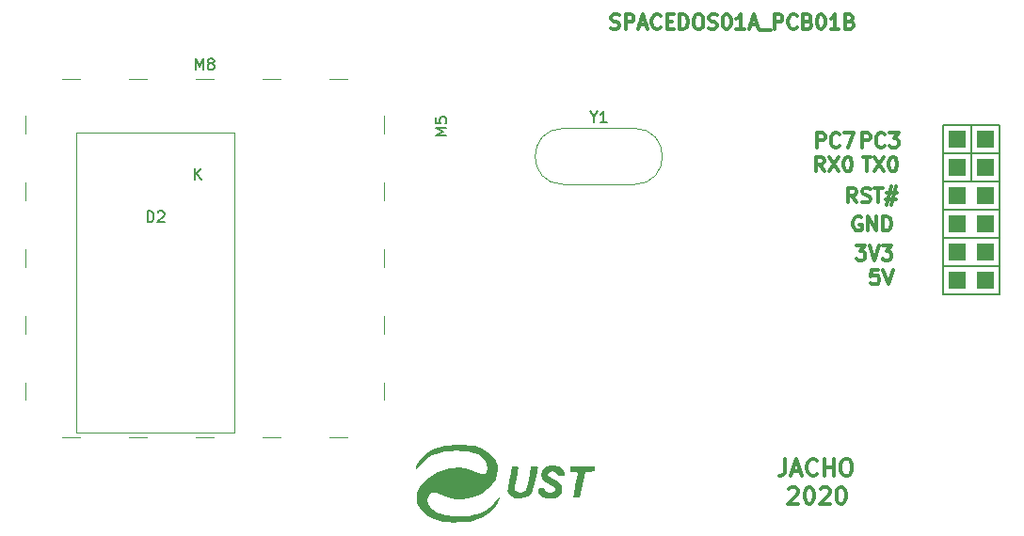
<source format=gbr>
G04 #@! TF.GenerationSoftware,KiCad,Pcbnew,(5.99.0-6591-gee6c8b60ac)*
G04 #@! TF.CreationDate,2020-11-25T07:49:09+01:00*
G04 #@! TF.ProjectId,SPACEDOS01A_PCB01B,53504143-4544-44f5-9330-31415f504342,REV*
G04 #@! TF.SameCoordinates,Original*
G04 #@! TF.FileFunction,Legend,Top*
G04 #@! TF.FilePolarity,Positive*
%FSLAX46Y46*%
G04 Gerber Fmt 4.6, Leading zero omitted, Abs format (unit mm)*
G04 Created by KiCad (PCBNEW (5.99.0-6591-gee6c8b60ac)) date 2020-11-25 07:49:09*
%MOMM*%
%LPD*%
G01*
G04 APERTURE LIST*
%ADD10C,0.300000*%
%ADD11C,0.150000*%
%ADD12C,0.100000*%
%ADD13C,0.120000*%
%ADD14R,1.524000X1.524000*%
G04 APERTURE END LIST*
D10*
X75911809Y30399904D02*
X75478476Y31018952D01*
X75168952Y30399904D02*
X75168952Y31699904D01*
X75664190Y31699904D01*
X75788000Y31638000D01*
X75849904Y31576095D01*
X75911809Y31452285D01*
X75911809Y31266571D01*
X75849904Y31142761D01*
X75788000Y31080857D01*
X75664190Y31018952D01*
X75168952Y31018952D01*
X76407047Y30461809D02*
X76592761Y30399904D01*
X76902285Y30399904D01*
X77026095Y30461809D01*
X77088000Y30523714D01*
X77149904Y30647523D01*
X77149904Y30771333D01*
X77088000Y30895142D01*
X77026095Y30957047D01*
X76902285Y31018952D01*
X76654666Y31080857D01*
X76530857Y31142761D01*
X76468952Y31204666D01*
X76407047Y31328476D01*
X76407047Y31452285D01*
X76468952Y31576095D01*
X76530857Y31638000D01*
X76654666Y31699904D01*
X76964190Y31699904D01*
X77149904Y31638000D01*
X77521333Y31699904D02*
X78264190Y31699904D01*
X77892761Y30399904D02*
X77892761Y31699904D01*
X78635619Y31266571D02*
X79564190Y31266571D01*
X79007047Y31823714D02*
X78635619Y30152285D01*
X79440380Y30709428D02*
X78511809Y30709428D01*
X79068952Y30152285D02*
X79440380Y31823714D01*
X53839904Y46082809D02*
X54025619Y46020904D01*
X54335142Y46020904D01*
X54458952Y46082809D01*
X54520857Y46144714D01*
X54582761Y46268523D01*
X54582761Y46392333D01*
X54520857Y46516142D01*
X54458952Y46578047D01*
X54335142Y46639952D01*
X54087523Y46701857D01*
X53963714Y46763761D01*
X53901809Y46825666D01*
X53839904Y46949476D01*
X53839904Y47073285D01*
X53901809Y47197095D01*
X53963714Y47259000D01*
X54087523Y47320904D01*
X54397047Y47320904D01*
X54582761Y47259000D01*
X55139904Y46020904D02*
X55139904Y47320904D01*
X55635142Y47320904D01*
X55758952Y47259000D01*
X55820857Y47197095D01*
X55882761Y47073285D01*
X55882761Y46887571D01*
X55820857Y46763761D01*
X55758952Y46701857D01*
X55635142Y46639952D01*
X55139904Y46639952D01*
X56378000Y46392333D02*
X56997047Y46392333D01*
X56254190Y46020904D02*
X56687523Y47320904D01*
X57120857Y46020904D01*
X58297047Y46144714D02*
X58235142Y46082809D01*
X58049428Y46020904D01*
X57925619Y46020904D01*
X57739904Y46082809D01*
X57616095Y46206619D01*
X57554190Y46330428D01*
X57492285Y46578047D01*
X57492285Y46763761D01*
X57554190Y47011380D01*
X57616095Y47135190D01*
X57739904Y47259000D01*
X57925619Y47320904D01*
X58049428Y47320904D01*
X58235142Y47259000D01*
X58297047Y47197095D01*
X58854190Y46701857D02*
X59287523Y46701857D01*
X59473238Y46020904D02*
X58854190Y46020904D01*
X58854190Y47320904D01*
X59473238Y47320904D01*
X60030380Y46020904D02*
X60030380Y47320904D01*
X60339904Y47320904D01*
X60525619Y47259000D01*
X60649428Y47135190D01*
X60711333Y47011380D01*
X60773238Y46763761D01*
X60773238Y46578047D01*
X60711333Y46330428D01*
X60649428Y46206619D01*
X60525619Y46082809D01*
X60339904Y46020904D01*
X60030380Y46020904D01*
X61578000Y47320904D02*
X61825619Y47320904D01*
X61949428Y47259000D01*
X62073238Y47135190D01*
X62135142Y46887571D01*
X62135142Y46454238D01*
X62073238Y46206619D01*
X61949428Y46082809D01*
X61825619Y46020904D01*
X61578000Y46020904D01*
X61454190Y46082809D01*
X61330380Y46206619D01*
X61268476Y46454238D01*
X61268476Y46887571D01*
X61330380Y47135190D01*
X61454190Y47259000D01*
X61578000Y47320904D01*
X62630380Y46082809D02*
X62816095Y46020904D01*
X63125619Y46020904D01*
X63249428Y46082809D01*
X63311333Y46144714D01*
X63373238Y46268523D01*
X63373238Y46392333D01*
X63311333Y46516142D01*
X63249428Y46578047D01*
X63125619Y46639952D01*
X62878000Y46701857D01*
X62754190Y46763761D01*
X62692285Y46825666D01*
X62630380Y46949476D01*
X62630380Y47073285D01*
X62692285Y47197095D01*
X62754190Y47259000D01*
X62878000Y47320904D01*
X63187523Y47320904D01*
X63373238Y47259000D01*
X64178000Y47320904D02*
X64301809Y47320904D01*
X64425619Y47259000D01*
X64487523Y47197095D01*
X64549428Y47073285D01*
X64611333Y46825666D01*
X64611333Y46516142D01*
X64549428Y46268523D01*
X64487523Y46144714D01*
X64425619Y46082809D01*
X64301809Y46020904D01*
X64178000Y46020904D01*
X64054190Y46082809D01*
X63992285Y46144714D01*
X63930380Y46268523D01*
X63868476Y46516142D01*
X63868476Y46825666D01*
X63930380Y47073285D01*
X63992285Y47197095D01*
X64054190Y47259000D01*
X64178000Y47320904D01*
X65849428Y46020904D02*
X65106571Y46020904D01*
X65478000Y46020904D02*
X65478000Y47320904D01*
X65354190Y47135190D01*
X65230380Y47011380D01*
X65106571Y46949476D01*
X66344666Y46392333D02*
X66963714Y46392333D01*
X66220857Y46020904D02*
X66654190Y47320904D01*
X67087523Y46020904D01*
X67211333Y45897095D02*
X68201809Y45897095D01*
X68511333Y46020904D02*
X68511333Y47320904D01*
X69006571Y47320904D01*
X69130380Y47259000D01*
X69192285Y47197095D01*
X69254190Y47073285D01*
X69254190Y46887571D01*
X69192285Y46763761D01*
X69130380Y46701857D01*
X69006571Y46639952D01*
X68511333Y46639952D01*
X70554190Y46144714D02*
X70492285Y46082809D01*
X70306571Y46020904D01*
X70182761Y46020904D01*
X69997047Y46082809D01*
X69873238Y46206619D01*
X69811333Y46330428D01*
X69749428Y46578047D01*
X69749428Y46763761D01*
X69811333Y47011380D01*
X69873238Y47135190D01*
X69997047Y47259000D01*
X70182761Y47320904D01*
X70306571Y47320904D01*
X70492285Y47259000D01*
X70554190Y47197095D01*
X71544666Y46701857D02*
X71730380Y46639952D01*
X71792285Y46578047D01*
X71854190Y46454238D01*
X71854190Y46268523D01*
X71792285Y46144714D01*
X71730380Y46082809D01*
X71606571Y46020904D01*
X71111333Y46020904D01*
X71111333Y47320904D01*
X71544666Y47320904D01*
X71668476Y47259000D01*
X71730380Y47197095D01*
X71792285Y47073285D01*
X71792285Y46949476D01*
X71730380Y46825666D01*
X71668476Y46763761D01*
X71544666Y46701857D01*
X71111333Y46701857D01*
X72658952Y47320904D02*
X72782761Y47320904D01*
X72906571Y47259000D01*
X72968476Y47197095D01*
X73030380Y47073285D01*
X73092285Y46825666D01*
X73092285Y46516142D01*
X73030380Y46268523D01*
X72968476Y46144714D01*
X72906571Y46082809D01*
X72782761Y46020904D01*
X72658952Y46020904D01*
X72535142Y46082809D01*
X72473238Y46144714D01*
X72411333Y46268523D01*
X72349428Y46516142D01*
X72349428Y46825666D01*
X72411333Y47073285D01*
X72473238Y47197095D01*
X72535142Y47259000D01*
X72658952Y47320904D01*
X74330380Y46020904D02*
X73587523Y46020904D01*
X73958952Y46020904D02*
X73958952Y47320904D01*
X73835142Y47135190D01*
X73711333Y47011380D01*
X73587523Y46949476D01*
X75320857Y46701857D02*
X75506571Y46639952D01*
X75568476Y46578047D01*
X75630380Y46454238D01*
X75630380Y46268523D01*
X75568476Y46144714D01*
X75506571Y46082809D01*
X75382761Y46020904D01*
X74887523Y46020904D01*
X74887523Y47320904D01*
X75320857Y47320904D01*
X75444666Y47259000D01*
X75506571Y47197095D01*
X75568476Y47073285D01*
X75568476Y46949476D01*
X75506571Y46825666D01*
X75444666Y46763761D01*
X75320857Y46701857D01*
X74887523Y46701857D01*
X76472142Y34493904D02*
X77215000Y34493904D01*
X76843571Y33193904D02*
X76843571Y34493904D01*
X77524523Y34493904D02*
X78391190Y33193904D01*
X78391190Y34493904D02*
X77524523Y33193904D01*
X79134047Y34493904D02*
X79257857Y34493904D01*
X79381666Y34432000D01*
X79443571Y34370095D01*
X79505476Y34246285D01*
X79567380Y33998666D01*
X79567380Y33689142D01*
X79505476Y33441523D01*
X79443571Y33317714D01*
X79381666Y33255809D01*
X79257857Y33193904D01*
X79134047Y33193904D01*
X79010238Y33255809D01*
X78948333Y33317714D01*
X78886428Y33441523D01*
X78824523Y33689142D01*
X78824523Y33998666D01*
X78886428Y34246285D01*
X78948333Y34370095D01*
X79010238Y34432000D01*
X79134047Y34493904D01*
X77883190Y24333904D02*
X77264142Y24333904D01*
X77202238Y23714857D01*
X77264142Y23776761D01*
X77387952Y23838666D01*
X77697476Y23838666D01*
X77821285Y23776761D01*
X77883190Y23714857D01*
X77945095Y23591047D01*
X77945095Y23281523D01*
X77883190Y23157714D01*
X77821285Y23095809D01*
X77697476Y23033904D01*
X77387952Y23033904D01*
X77264142Y23095809D01*
X77202238Y23157714D01*
X78316523Y24333904D02*
X78749857Y23033904D01*
X79183190Y24333904D01*
X73027190Y33193904D02*
X72593857Y33812952D01*
X72284333Y33193904D02*
X72284333Y34493904D01*
X72779571Y34493904D01*
X72903380Y34432000D01*
X72965285Y34370095D01*
X73027190Y34246285D01*
X73027190Y34060571D01*
X72965285Y33936761D01*
X72903380Y33874857D01*
X72779571Y33812952D01*
X72284333Y33812952D01*
X73460523Y34493904D02*
X74327190Y33193904D01*
X74327190Y34493904D02*
X73460523Y33193904D01*
X75070047Y34493904D02*
X75193857Y34493904D01*
X75317666Y34432000D01*
X75379571Y34370095D01*
X75441476Y34246285D01*
X75503380Y33998666D01*
X75503380Y33689142D01*
X75441476Y33441523D01*
X75379571Y33317714D01*
X75317666Y33255809D01*
X75193857Y33193904D01*
X75070047Y33193904D01*
X74946238Y33255809D01*
X74884333Y33317714D01*
X74822428Y33441523D01*
X74760523Y33689142D01*
X74760523Y33998666D01*
X74822428Y34246285D01*
X74884333Y34370095D01*
X74946238Y34432000D01*
X75070047Y34493904D01*
X75902238Y26492904D02*
X76707000Y26492904D01*
X76273666Y25997666D01*
X76459380Y25997666D01*
X76583190Y25935761D01*
X76645095Y25873857D01*
X76707000Y25750047D01*
X76707000Y25440523D01*
X76645095Y25316714D01*
X76583190Y25254809D01*
X76459380Y25192904D01*
X76087952Y25192904D01*
X75964142Y25254809D01*
X75902238Y25316714D01*
X77078428Y26492904D02*
X77511761Y25192904D01*
X77945095Y26492904D01*
X78254619Y26492904D02*
X79059380Y26492904D01*
X78626047Y25997666D01*
X78811761Y25997666D01*
X78935571Y25935761D01*
X78997476Y25873857D01*
X79059380Y25750047D01*
X79059380Y25440523D01*
X78997476Y25316714D01*
X78935571Y25254809D01*
X78811761Y25192904D01*
X78440333Y25192904D01*
X78316523Y25254809D01*
X78254619Y25316714D01*
X76335571Y29098000D02*
X76211761Y29159904D01*
X76026047Y29159904D01*
X75840333Y29098000D01*
X75716523Y28974190D01*
X75654619Y28850380D01*
X75592714Y28602761D01*
X75592714Y28417047D01*
X75654619Y28169428D01*
X75716523Y28045619D01*
X75840333Y27921809D01*
X76026047Y27859904D01*
X76149857Y27859904D01*
X76335571Y27921809D01*
X76397476Y27983714D01*
X76397476Y28417047D01*
X76149857Y28417047D01*
X76954619Y27859904D02*
X76954619Y29159904D01*
X77697476Y27859904D01*
X77697476Y29159904D01*
X78316523Y27859904D02*
X78316523Y29159904D01*
X78626047Y29159904D01*
X78811761Y29098000D01*
X78935571Y28974190D01*
X78997476Y28850380D01*
X79059380Y28602761D01*
X79059380Y28417047D01*
X78997476Y28169428D01*
X78935571Y28045619D01*
X78811761Y27921809D01*
X78626047Y27859904D01*
X78316523Y27859904D01*
X72349428Y35352904D02*
X72349428Y36652904D01*
X72844666Y36652904D01*
X72968476Y36591000D01*
X73030380Y36529095D01*
X73092285Y36405285D01*
X73092285Y36219571D01*
X73030380Y36095761D01*
X72968476Y36033857D01*
X72844666Y35971952D01*
X72349428Y35971952D01*
X74392285Y35476714D02*
X74330380Y35414809D01*
X74144666Y35352904D01*
X74020857Y35352904D01*
X73835142Y35414809D01*
X73711333Y35538619D01*
X73649428Y35662428D01*
X73587523Y35910047D01*
X73587523Y36095761D01*
X73649428Y36343380D01*
X73711333Y36467190D01*
X73835142Y36591000D01*
X74020857Y36652904D01*
X74144666Y36652904D01*
X74330380Y36591000D01*
X74392285Y36529095D01*
X74825619Y36652904D02*
X75692285Y36652904D01*
X75135142Y35352904D01*
X76413428Y35352904D02*
X76413428Y36652904D01*
X76908666Y36652904D01*
X77032476Y36591000D01*
X77094380Y36529095D01*
X77156285Y36405285D01*
X77156285Y36219571D01*
X77094380Y36095761D01*
X77032476Y36033857D01*
X76908666Y35971952D01*
X76413428Y35971952D01*
X78456285Y35476714D02*
X78394380Y35414809D01*
X78208666Y35352904D01*
X78084857Y35352904D01*
X77899142Y35414809D01*
X77775333Y35538619D01*
X77713428Y35662428D01*
X77651523Y35910047D01*
X77651523Y36095761D01*
X77713428Y36343380D01*
X77775333Y36467190D01*
X77899142Y36591000D01*
X78084857Y36652904D01*
X78208666Y36652904D01*
X78394380Y36591000D01*
X78456285Y36529095D01*
X78889619Y36652904D02*
X79694380Y36652904D01*
X79261047Y36157666D01*
X79446761Y36157666D01*
X79570571Y36095761D01*
X79632476Y36033857D01*
X79694380Y35910047D01*
X79694380Y35600523D01*
X79632476Y35476714D01*
X79570571Y35414809D01*
X79446761Y35352904D01*
X79075333Y35352904D01*
X78951523Y35414809D01*
X78889619Y35476714D01*
X69818571Y4615571D02*
X69890000Y4687000D01*
X70032857Y4758428D01*
X70390000Y4758428D01*
X70532857Y4687000D01*
X70604285Y4615571D01*
X70675714Y4472714D01*
X70675714Y4329857D01*
X70604285Y4115571D01*
X69747142Y3258428D01*
X70675714Y3258428D01*
X71604285Y4758428D02*
X71747142Y4758428D01*
X71890000Y4687000D01*
X71961428Y4615571D01*
X72032857Y4472714D01*
X72104285Y4187000D01*
X72104285Y3829857D01*
X72032857Y3544142D01*
X71961428Y3401285D01*
X71890000Y3329857D01*
X71747142Y3258428D01*
X71604285Y3258428D01*
X71461428Y3329857D01*
X71390000Y3401285D01*
X71318571Y3544142D01*
X71247142Y3829857D01*
X71247142Y4187000D01*
X71318571Y4472714D01*
X71390000Y4615571D01*
X71461428Y4687000D01*
X71604285Y4758428D01*
X72675714Y4615571D02*
X72747142Y4687000D01*
X72890000Y4758428D01*
X73247142Y4758428D01*
X73390000Y4687000D01*
X73461428Y4615571D01*
X73532857Y4472714D01*
X73532857Y4329857D01*
X73461428Y4115571D01*
X72604285Y3258428D01*
X73532857Y3258428D01*
X74461428Y4758428D02*
X74604285Y4758428D01*
X74747142Y4687000D01*
X74818571Y4615571D01*
X74890000Y4472714D01*
X74961428Y4187000D01*
X74961428Y3829857D01*
X74890000Y3544142D01*
X74818571Y3401285D01*
X74747142Y3329857D01*
X74604285Y3258428D01*
X74461428Y3258428D01*
X74318571Y3329857D01*
X74247142Y3401285D01*
X74175714Y3544142D01*
X74104285Y3829857D01*
X74104285Y4187000D01*
X74175714Y4472714D01*
X74247142Y4615571D01*
X74318571Y4687000D01*
X74461428Y4758428D01*
X69513000Y7298428D02*
X69513000Y6227000D01*
X69441571Y6012714D01*
X69298714Y5869857D01*
X69084428Y5798428D01*
X68941571Y5798428D01*
X70155857Y6227000D02*
X70870142Y6227000D01*
X70013000Y5798428D02*
X70513000Y7298428D01*
X71013000Y5798428D01*
X72370142Y5941285D02*
X72298714Y5869857D01*
X72084428Y5798428D01*
X71941571Y5798428D01*
X71727285Y5869857D01*
X71584428Y6012714D01*
X71513000Y6155571D01*
X71441571Y6441285D01*
X71441571Y6655571D01*
X71513000Y6941285D01*
X71584428Y7084142D01*
X71727285Y7227000D01*
X71941571Y7298428D01*
X72084428Y7298428D01*
X72298714Y7227000D01*
X72370142Y7155571D01*
X73013000Y5798428D02*
X73013000Y7298428D01*
X73013000Y6584142D02*
X73870142Y6584142D01*
X73870142Y5798428D02*
X73870142Y7298428D01*
X74870142Y7298428D02*
X75155857Y7298428D01*
X75298714Y7227000D01*
X75441571Y7084142D01*
X75513000Y6798428D01*
X75513000Y6298428D01*
X75441571Y6012714D01*
X75298714Y5869857D01*
X75155857Y5798428D01*
X74870142Y5798428D01*
X74727285Y5869857D01*
X74584428Y6012714D01*
X74513000Y6298428D01*
X74513000Y6798428D01*
X74584428Y7084142D01*
X74727285Y7227000D01*
X74870142Y7298428D01*
D11*
X12121904Y28617619D02*
X12121904Y29617619D01*
X12360000Y29617619D01*
X12502857Y29570000D01*
X12598095Y29474761D01*
X12645714Y29379523D01*
X12693333Y29189047D01*
X12693333Y29046190D01*
X12645714Y28855714D01*
X12598095Y28760476D01*
X12502857Y28665238D01*
X12360000Y28617619D01*
X12121904Y28617619D01*
X13074285Y29522380D02*
X13121904Y29570000D01*
X13217142Y29617619D01*
X13455238Y29617619D01*
X13550476Y29570000D01*
X13598095Y29522380D01*
X13645714Y29427142D01*
X13645714Y29331904D01*
X13598095Y29189047D01*
X13026666Y28617619D01*
X13645714Y28617619D01*
X16408095Y32427619D02*
X16408095Y33427619D01*
X16979523Y32427619D02*
X16550952Y32999047D01*
X16979523Y33427619D02*
X16408095Y32856190D01*
X39038380Y36423476D02*
X38038380Y36423476D01*
X38752666Y36756809D01*
X38038380Y37090142D01*
X39038380Y37090142D01*
X38038380Y38042523D02*
X38038380Y37566333D01*
X38514571Y37518714D01*
X38466952Y37566333D01*
X38419333Y37661571D01*
X38419333Y37899666D01*
X38466952Y37994904D01*
X38514571Y38042523D01*
X38609809Y38090142D01*
X38847904Y38090142D01*
X38943142Y38042523D01*
X38990761Y37994904D01*
X39038380Y37899666D01*
X39038380Y37661571D01*
X38990761Y37566333D01*
X38943142Y37518714D01*
X16462476Y42347619D02*
X16462476Y43347619D01*
X16795809Y42633333D01*
X17129142Y43347619D01*
X17129142Y42347619D01*
X17748190Y42919047D02*
X17652952Y42966666D01*
X17605333Y43014285D01*
X17557714Y43109523D01*
X17557714Y43157142D01*
X17605333Y43252380D01*
X17652952Y43300000D01*
X17748190Y43347619D01*
X17938666Y43347619D01*
X18033904Y43300000D01*
X18081523Y43252380D01*
X18129142Y43157142D01*
X18129142Y43109523D01*
X18081523Y43014285D01*
X18033904Y42966666D01*
X17938666Y42919047D01*
X17748190Y42919047D01*
X17652952Y42871428D01*
X17605333Y42823809D01*
X17557714Y42728571D01*
X17557714Y42538095D01*
X17605333Y42442857D01*
X17652952Y42395238D01*
X17748190Y42347619D01*
X17938666Y42347619D01*
X18033904Y42395238D01*
X18081523Y42442857D01*
X18129142Y42538095D01*
X18129142Y42728571D01*
X18081523Y42823809D01*
X18033904Y42871428D01*
X17938666Y42919047D01*
X52255809Y38092809D02*
X52255809Y37616619D01*
X51922476Y38616619D02*
X52255809Y38092809D01*
X52589142Y38616619D01*
X53446285Y37616619D02*
X52874857Y37616619D01*
X53160571Y37616619D02*
X53160571Y38616619D01*
X53065333Y38473761D01*
X52970095Y38378523D01*
X52874857Y38330904D01*
G36*
X52379100Y6397413D02*
G01*
X52361441Y6270930D01*
X52316503Y6200380D01*
X52209911Y6166698D01*
X52007292Y6150824D01*
X51927388Y6146912D01*
X51497797Y6126255D01*
X51039785Y3817017D01*
X50733603Y3817017D01*
X50548555Y3821956D01*
X50439646Y3834412D01*
X50427420Y3841153D01*
X50440613Y3914677D01*
X50476968Y4101298D01*
X50531653Y4376601D01*
X50599837Y4716170D01*
X50637917Y4904586D01*
X50711587Y5274312D01*
X50774004Y5598996D01*
X50820230Y5852036D01*
X50845325Y6006832D01*
X50848415Y6038185D01*
X50796485Y6099739D01*
X50630335Y6128825D01*
X50493140Y6132486D01*
X50137866Y6132486D01*
X50181840Y6588564D01*
X51291531Y6607910D01*
X52401221Y6627257D01*
X52379100Y6397413D01*
G37*
G36*
X48829066Y6675024D02*
G01*
X49064096Y6627014D01*
X49161726Y6589966D01*
X49390113Y6425237D01*
X49564747Y6212836D01*
X49651591Y5997029D01*
X49655597Y5947610D01*
X49636917Y5837430D01*
X49554209Y5790638D01*
X49395111Y5781658D01*
X49173918Y5815267D01*
X49011733Y5937399D01*
X48983565Y5971105D01*
X48800360Y6108626D01*
X48568339Y6164932D01*
X48342492Y6134121D01*
X48213619Y6053728D01*
X48142293Y5937930D01*
X48173195Y5821356D01*
X48316045Y5692636D01*
X48580562Y5540401D01*
X48705199Y5478731D01*
X49041600Y5299180D01*
X49262601Y5130574D01*
X49388740Y4949015D01*
X49440555Y4730607D01*
X49445100Y4617773D01*
X49379679Y4290076D01*
X49189842Y4018850D01*
X48951229Y3850698D01*
X48724290Y3782733D01*
X48420393Y3753903D01*
X48097384Y3764349D01*
X47813110Y3814214D01*
X47717500Y3847674D01*
X47462710Y4020832D01*
X47307320Y4260693D01*
X47269962Y4464121D01*
X47282531Y4588993D01*
X47346820Y4644704D01*
X47502702Y4658768D01*
X47552361Y4659006D01*
X47746536Y4643502D01*
X47850796Y4581235D01*
X47898982Y4490091D01*
X48020062Y4347580D01*
X48219239Y4269172D01*
X48448768Y4256879D01*
X48660898Y4312711D01*
X48807881Y4438681D01*
X48815207Y4451497D01*
X48856926Y4582092D01*
X48817454Y4697412D01*
X48681143Y4814936D01*
X48432345Y4952141D01*
X48317806Y5007103D01*
X47966027Y5193965D01*
X47733631Y5376763D01*
X47601966Y5576738D01*
X47552383Y5815126D01*
X47550625Y5880756D01*
X47607602Y6210251D01*
X47776266Y6456730D01*
X48053219Y6617478D01*
X48435060Y6689776D01*
X48568028Y6693812D01*
X48829066Y6675024D01*
G37*
G36*
X45417448Y6605609D02*
G01*
X45512027Y6555700D01*
X45515818Y6539979D01*
X45502859Y6443787D01*
X45467294Y6237448D01*
X45414089Y5948415D01*
X45348211Y5604137D01*
X45325398Y5487464D01*
X45250955Y5102899D01*
X45203231Y4831869D01*
X45180705Y4650447D01*
X45181857Y4534707D01*
X45205166Y4460723D01*
X45249113Y4404568D01*
X45256143Y4397449D01*
X45436734Y4302530D01*
X45677602Y4277487D01*
X45917828Y4321460D01*
X46072239Y4408986D01*
X46173526Y4536577D01*
X46265618Y4735986D01*
X46353845Y5024462D01*
X46443536Y5419256D01*
X46534245Y5904448D01*
X46659908Y6623647D01*
X46964935Y6623647D01*
X47177822Y6605767D01*
X47266043Y6549758D01*
X47269962Y6528047D01*
X47252971Y6369566D01*
X47207307Y6110483D01*
X47140927Y5785662D01*
X47061791Y5429968D01*
X46977858Y5078265D01*
X46897087Y4765416D01*
X46827436Y4526285D01*
X46788487Y4418979D01*
X46604511Y4114633D01*
X46356528Y3912462D01*
X46023145Y3799727D01*
X45691542Y3765735D01*
X45421834Y3765742D01*
X45191725Y3782405D01*
X45054018Y3811233D01*
X44886575Y3925307D01*
X44718795Y4103092D01*
X44588519Y4297060D01*
X44533592Y4459683D01*
X44533498Y4464954D01*
X44546020Y4584155D01*
X44580426Y4812113D01*
X44631977Y5119803D01*
X44695932Y5478198D01*
X44721689Y5617305D01*
X44909880Y6623647D01*
X45212849Y6623647D01*
X45417448Y6605609D01*
G37*
G36*
X40651873Y8552105D02*
G01*
X41081895Y8530738D01*
X41433894Y8492797D01*
X41621619Y8454326D01*
X42219888Y8230879D01*
X42742110Y7924860D01*
X43169248Y7550113D01*
X43482263Y7120481D01*
X43499376Y7088771D01*
X43626142Y6716665D01*
X43661599Y6287662D01*
X43606816Y5850504D01*
X43463584Y5455318D01*
X43150052Y4992320D01*
X42725506Y4571766D01*
X42217551Y4214250D01*
X41653791Y3940367D01*
X41265849Y3815753D01*
X40533561Y3689737D01*
X39825599Y3688840D01*
X39157228Y3811493D01*
X38543715Y4056129D01*
X38455619Y4104237D01*
X38121058Y4258257D01*
X37852244Y4298011D01*
X37634257Y4224060D01*
X37534182Y4138909D01*
X37366420Y3873134D01*
X37321052Y3577896D01*
X37388596Y3271710D01*
X37559572Y2973091D01*
X37824499Y2700555D01*
X38173895Y2472616D01*
X38447616Y2355088D01*
X39006852Y2210679D01*
X39646734Y2132759D01*
X40324290Y2121395D01*
X40996547Y2176655D01*
X41620536Y2298606D01*
X41797033Y2349830D01*
X42221397Y2505650D01*
X42572473Y2691049D01*
X42894757Y2935337D01*
X43232749Y3267819D01*
X43297709Y3338221D01*
X43496936Y3549184D01*
X43660818Y3709027D01*
X43767485Y3797167D01*
X43795448Y3806632D01*
X43785161Y3730309D01*
X43722766Y3565816D01*
X43623469Y3352277D01*
X43286236Y2831871D01*
X42837016Y2395465D01*
X42276771Y2043784D01*
X41606466Y1777554D01*
X41481288Y1740747D01*
X41128033Y1669538D01*
X40679915Y1620303D01*
X40176813Y1593485D01*
X39658609Y1589527D01*
X39165181Y1608874D01*
X38736409Y1651968D01*
X38454480Y1707087D01*
X37863489Y1905107D01*
X37381738Y2155565D01*
X36983676Y2471852D01*
X36970479Y2484738D01*
X36623252Y2905307D01*
X36414657Y3347433D01*
X36344792Y3810277D01*
X36413756Y4293003D01*
X36621648Y4794772D01*
X36685461Y4906668D01*
X36933035Y5216231D01*
X37293417Y5525019D01*
X37739798Y5818089D01*
X38245372Y6080499D01*
X38783331Y6297307D01*
X39326868Y6453572D01*
X39534940Y6494941D01*
X40168504Y6534071D01*
X40801011Y6433559D01*
X41434368Y6193088D01*
X41481288Y6169740D01*
X41890743Y5997813D01*
X42221078Y5934517D01*
X42469050Y5979016D01*
X42631418Y6130472D01*
X42704940Y6388048D01*
X42709188Y6486800D01*
X42642107Y6860399D01*
X42452955Y7213521D01*
X42159874Y7519840D01*
X41864542Y7712590D01*
X41507895Y7847999D01*
X41049578Y7948635D01*
X40524356Y8012556D01*
X39966995Y8037821D01*
X39412261Y8022487D01*
X38894921Y7964612D01*
X38569409Y7896641D01*
X38105865Y7763625D01*
X37744138Y7626847D01*
X37446738Y7465648D01*
X37176171Y7259367D01*
X36894947Y6987343D01*
X36867890Y6958990D01*
X36665986Y6740749D01*
X36506946Y6558126D01*
X36411859Y6435942D01*
X36394271Y6401617D01*
X36340548Y6344620D01*
X36324105Y6342984D01*
X36256227Y6394351D01*
X36275748Y6540733D01*
X36378795Y6770551D01*
X36561497Y7072225D01*
X36574517Y7091774D01*
X36731776Y7317098D01*
X36866472Y7492619D01*
X36955331Y7588530D01*
X36969200Y7597196D01*
X37071616Y7663490D01*
X37177033Y7757237D01*
X37368420Y7901842D01*
X37656165Y8062961D01*
X38000825Y8221733D01*
X38362958Y8359298D01*
X38569409Y8423035D01*
X38858981Y8479094D01*
X39247384Y8520394D01*
X39699247Y8546571D01*
X40179200Y8557262D01*
X40651873Y8552105D01*
G37*
X88773000Y24638000D02*
X83693000Y24638000D01*
X88773000Y27178000D02*
X88773000Y24638000D01*
X83693000Y27178000D02*
X88773000Y27178000D01*
X83693000Y24638000D02*
X83693000Y27178000D01*
X83693000Y27178000D02*
X83693000Y29718000D01*
X83693000Y29718000D02*
X88773000Y29718000D01*
X88773000Y27178000D02*
X83693000Y27178000D01*
X88773000Y29718000D02*
X88773000Y27178000D01*
X83693000Y24638000D02*
X88773000Y24638000D01*
X83693000Y22098000D02*
X83693000Y24638000D01*
X88773000Y24638000D02*
X88773000Y22098000D01*
X88773000Y22098000D02*
X83693000Y22098000D01*
D12*
X19960000Y9690000D02*
X19960000Y36690000D01*
X19960000Y9690000D02*
X5760000Y9690000D01*
X5760000Y9690000D02*
X5760000Y36690000D01*
X19960000Y36690000D02*
X5760000Y36690000D01*
D11*
X83693000Y37338000D02*
X86233000Y37338000D01*
X86233000Y37338000D02*
X86233000Y34798000D01*
X83693000Y34798000D02*
X83693000Y37338000D01*
X86233000Y34798000D02*
X83693000Y34798000D01*
X88773000Y34798000D02*
X86233000Y34798000D01*
X86233000Y37338000D02*
X88773000Y37338000D01*
X88773000Y37338000D02*
X88773000Y34798000D01*
X86233000Y34798000D02*
X86233000Y37338000D01*
X83693000Y34798000D02*
X86233000Y34798000D01*
X86233000Y34798000D02*
X86233000Y32258000D01*
X83693000Y32258000D02*
X83693000Y34798000D01*
X86233000Y32258000D02*
X83693000Y32258000D01*
X88773000Y32258000D02*
X86233000Y32258000D01*
X86233000Y32258000D02*
X86233000Y34798000D01*
X88773000Y34798000D02*
X88773000Y32258000D01*
X86233000Y34798000D02*
X88773000Y34798000D01*
X88773000Y29718000D02*
X83693000Y29718000D01*
X88773000Y32258000D02*
X88773000Y29718000D01*
X83693000Y32258000D02*
X88773000Y32258000D01*
X83693000Y29718000D02*
X83693000Y32258000D01*
D13*
X22472000Y41550000D02*
X24072000Y41550000D01*
X33422000Y14200000D02*
X33422000Y12600000D01*
X1122000Y20200000D02*
X1122000Y18600000D01*
X10472000Y41550000D02*
X12072000Y41550000D01*
X16472000Y9250000D02*
X18072000Y9250000D01*
X1122000Y14200000D02*
X1122000Y12600000D01*
X33422000Y38200000D02*
X33422000Y36600000D01*
X33422000Y26200000D02*
X33422000Y24600000D01*
X1122000Y32200000D02*
X1122000Y30600000D01*
X22472000Y9250000D02*
X24072000Y9250000D01*
X28472000Y41550000D02*
X30072000Y41550000D01*
X4472000Y41550000D02*
X6072000Y41550000D01*
X16472000Y41550000D02*
X18072000Y41550000D01*
X33422000Y32200000D02*
X33422000Y30600000D01*
X28472000Y9250000D02*
X30072000Y9250000D01*
X4472000Y9250000D02*
X6072000Y9250000D01*
X1122000Y38200000D02*
X1122000Y36600000D01*
X1122000Y26200000D02*
X1122000Y24600000D01*
X33422000Y20200000D02*
X33422000Y18600000D01*
X10472000Y9250000D02*
X12072000Y9250000D01*
X49532000Y37069000D02*
X55932000Y37069000D01*
X49532000Y32019000D02*
X55932000Y32019000D01*
X55932000Y32019000D02*
G75*
G03*
X55932000Y37069000I0J2525000D01*
G01*
X49532000Y32019000D02*
G75*
G02*
X49532000Y37069000I0J2525000D01*
G01*
D14*
X84963000Y25908000D03*
X87503000Y25908000D03*
X84963000Y28448000D03*
X87503000Y28448000D03*
X84963000Y23368000D03*
X87503000Y23368000D03*
X84963000Y36068000D03*
X87503000Y36068000D03*
X84963000Y33528000D03*
X87503000Y33528000D03*
X84963000Y30988000D03*
X87503000Y30988000D03*
M02*

</source>
